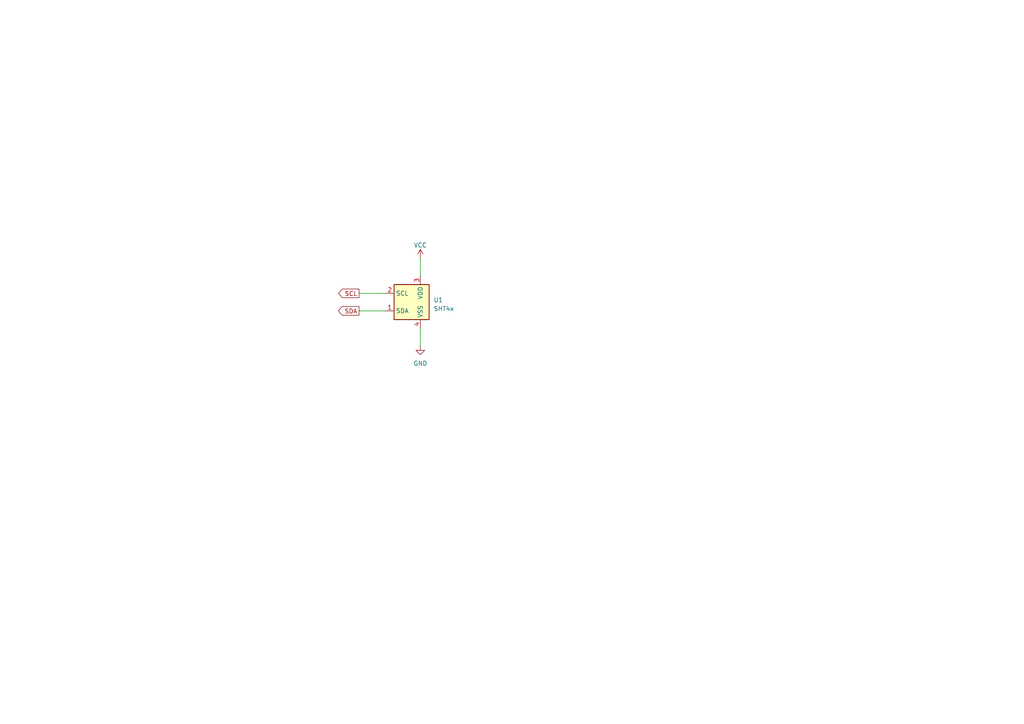
<source format=kicad_sch>
(kicad_sch (version 20230121) (generator eeschema)

  (uuid de5c73f6-f288-4517-b09b-7ee62778e801)

  (paper "A4")

  (lib_symbols
    (symbol "Sensor_Humidity:SHT4x" (in_bom yes) (on_board yes)
      (property "Reference" "U" (at 0 8.89 0)
        (effects (font (size 1.27 1.27)) (justify right))
      )
      (property "Value" "SHT4x" (at 0 6.35 0)
        (effects (font (size 1.27 1.27)) (justify right))
      )
      (property "Footprint" "Sensor_Humidity:Sensirion_DFN-4_1.5x1.5mm_P0.8mm_SHT4x_NoCentralPad" (at 3.81 -6.35 0)
        (effects (font (size 1.27 1.27)) (justify left) hide)
      )
      (property "Datasheet" "https://sensirion.com/media/documents/33FD6951/624C4357/Datasheet_SHT4x.pdf" (at 3.81 -8.89 0)
        (effects (font (size 1.27 1.27)) (justify left) hide)
      )
      (property "ki_keywords" "Sensirion environment environmental measurement digital SHT40 SHT41 SHT45" (at 0 0 0)
        (effects (font (size 1.27 1.27)) hide)
      )
      (property "ki_description" "Digital Humidity and Temperature Sensor, +/-1%RH, +/-0.1degC, I2C, 1.08-3.6V, 16bit, DFN-4" (at 0 0 0)
        (effects (font (size 1.27 1.27)) hide)
      )
      (property "ki_fp_filters" "Sensirion?DFN*1.5x1.5mm*P0.8mm*SHT4x*" (at 0 0 0)
        (effects (font (size 1.27 1.27)) hide)
      )
      (symbol "SHT4x_1_1"
        (rectangle (start -5.08 5.08) (end 5.08 -5.08)
          (stroke (width 0.254) (type default))
          (fill (type background))
        )
        (pin bidirectional line (at -7.62 -2.54 0) (length 2.54)
          (name "SDA" (effects (font (size 1.27 1.27))))
          (number "1" (effects (font (size 1.27 1.27))))
        )
        (pin input line (at -7.62 2.54 0) (length 2.54)
          (name "SCL" (effects (font (size 1.27 1.27))))
          (number "2" (effects (font (size 1.27 1.27))))
        )
        (pin power_in line (at 2.54 7.62 270) (length 2.54)
          (name "VDD" (effects (font (size 1.27 1.27))))
          (number "3" (effects (font (size 1.27 1.27))))
        )
        (pin power_in line (at 2.54 -7.62 90) (length 2.54)
          (name "VSS" (effects (font (size 1.27 1.27))))
          (number "4" (effects (font (size 1.27 1.27))))
        )
      )
    )
    (symbol "power:GND" (power) (pin_names (offset 0)) (in_bom yes) (on_board yes)
      (property "Reference" "#PWR" (at 0 -6.35 0)
        (effects (font (size 1.27 1.27)) hide)
      )
      (property "Value" "GND" (at 0 -3.81 0)
        (effects (font (size 1.27 1.27)))
      )
      (property "Footprint" "" (at 0 0 0)
        (effects (font (size 1.27 1.27)) hide)
      )
      (property "Datasheet" "" (at 0 0 0)
        (effects (font (size 1.27 1.27)) hide)
      )
      (property "ki_keywords" "global power" (at 0 0 0)
        (effects (font (size 1.27 1.27)) hide)
      )
      (property "ki_description" "Power symbol creates a global label with name \"GND\" , ground" (at 0 0 0)
        (effects (font (size 1.27 1.27)) hide)
      )
      (symbol "GND_0_1"
        (polyline
          (pts
            (xy 0 0)
            (xy 0 -1.27)
            (xy 1.27 -1.27)
            (xy 0 -2.54)
            (xy -1.27 -1.27)
            (xy 0 -1.27)
          )
          (stroke (width 0) (type default))
          (fill (type none))
        )
      )
      (symbol "GND_1_1"
        (pin power_in line (at 0 0 270) (length 0) hide
          (name "GND" (effects (font (size 1.27 1.27))))
          (number "1" (effects (font (size 1.27 1.27))))
        )
      )
    )
    (symbol "power:VCC" (power) (pin_names (offset 0)) (in_bom yes) (on_board yes)
      (property "Reference" "#PWR" (at 0 -3.81 0)
        (effects (font (size 1.27 1.27)) hide)
      )
      (property "Value" "VCC" (at 0 3.81 0)
        (effects (font (size 1.27 1.27)))
      )
      (property "Footprint" "" (at 0 0 0)
        (effects (font (size 1.27 1.27)) hide)
      )
      (property "Datasheet" "" (at 0 0 0)
        (effects (font (size 1.27 1.27)) hide)
      )
      (property "ki_keywords" "global power" (at 0 0 0)
        (effects (font (size 1.27 1.27)) hide)
      )
      (property "ki_description" "Power symbol creates a global label with name \"VCC\"" (at 0 0 0)
        (effects (font (size 1.27 1.27)) hide)
      )
      (symbol "VCC_0_1"
        (polyline
          (pts
            (xy -0.762 1.27)
            (xy 0 2.54)
          )
          (stroke (width 0) (type default))
          (fill (type none))
        )
        (polyline
          (pts
            (xy 0 0)
            (xy 0 2.54)
          )
          (stroke (width 0) (type default))
          (fill (type none))
        )
        (polyline
          (pts
            (xy 0 2.54)
            (xy 0.762 1.27)
          )
          (stroke (width 0) (type default))
          (fill (type none))
        )
      )
      (symbol "VCC_1_1"
        (pin power_in line (at 0 0 90) (length 0) hide
          (name "VCC" (effects (font (size 1.27 1.27))))
          (number "1" (effects (font (size 1.27 1.27))))
        )
      )
    )
  )


  (wire (pts (xy 121.92 95.25) (xy 121.92 100.33))
    (stroke (width 0) (type default))
    (uuid 137d5e41-d5ae-44a1-b156-96875a60d0e0)
  )
  (wire (pts (xy 104.14 85.09) (xy 111.76 85.09))
    (stroke (width 0) (type default))
    (uuid 58f16413-e73c-4e5f-9a8f-e97423c69dd5)
  )
  (wire (pts (xy 104.14 90.17) (xy 111.76 90.17))
    (stroke (width 0) (type default))
    (uuid bd481bd6-6aee-4a52-a218-b89c68922dd1)
  )
  (wire (pts (xy 121.92 74.93) (xy 121.92 80.01))
    (stroke (width 0) (type default))
    (uuid c3ed4cfd-c871-4cdb-a103-d1d1512e9e26)
  )

  (global_label "SCL" (shape output) (at 104.14 85.09 180) (fields_autoplaced)
    (effects (font (size 1.27 1.27)) (justify right))
    (uuid 3cc806cb-4b0f-48c4-a3e6-cb6bfa2645ab)
    (property "Intersheetrefs" "${INTERSHEET_REFS}" (at 97.7266 85.09 0)
      (effects (font (size 1.27 1.27)) (justify right) hide)
    )
  )
  (global_label "SDA" (shape output) (at 104.14 90.17 180) (fields_autoplaced)
    (effects (font (size 1.27 1.27)) (justify right))
    (uuid c0725cf0-73a2-423f-96d9-61ba0b0e8670)
    (property "Intersheetrefs" "${INTERSHEET_REFS}" (at 97.6661 90.17 0)
      (effects (font (size 1.27 1.27)) (justify right) hide)
    )
  )

  (symbol (lib_id "power:VCC") (at 121.92 74.93 0) (unit 1)
    (in_bom yes) (on_board yes) (dnp no) (fields_autoplaced)
    (uuid 76459e58-0d6f-4fb9-836f-49df8ff2dbf7)
    (property "Reference" "#PWR02" (at 121.92 78.74 0)
      (effects (font (size 1.27 1.27)) hide)
    )
    (property "Value" "VCC" (at 121.92 71.12 0)
      (effects (font (size 1.27 1.27)))
    )
    (property "Footprint" "" (at 121.92 74.93 0)
      (effects (font (size 1.27 1.27)) hide)
    )
    (property "Datasheet" "" (at 121.92 74.93 0)
      (effects (font (size 1.27 1.27)) hide)
    )
    (pin "1" (uuid fec945fc-6226-4d72-92f9-3f5378e791c2))
    (instances
      (project "overall scematic"
        (path "/9230863d-68c5-4e85-a5d4-0f54ecfbae5b/5eab94a0-95fb-4405-9961-390291429e6b"
          (reference "#PWR02") (unit 1)
        )
      )
    )
  )

  (symbol (lib_id "Sensor_Humidity:SHT4x") (at 119.38 87.63 0) (unit 1)
    (in_bom yes) (on_board yes) (dnp no) (fields_autoplaced)
    (uuid 870a873b-80e9-413b-8763-71c04fcb12a9)
    (property "Reference" "U1" (at 125.73 86.995 0)
      (effects (font (size 1.27 1.27)) (justify left))
    )
    (property "Value" "SHT4x" (at 125.73 89.535 0)
      (effects (font (size 1.27 1.27)) (justify left))
    )
    (property "Footprint" "Sensor_Humidity:Sensirion_DFN-4_1.5x1.5mm_P0.8mm_SHT4x_NoCentralPad" (at 123.19 93.98 0)
      (effects (font (size 1.27 1.27)) (justify left) hide)
    )
    (property "Datasheet" "https://sensirion.com/media/documents/33FD6951/624C4357/Datasheet_SHT4x.pdf" (at 123.19 96.52 0)
      (effects (font (size 1.27 1.27)) (justify left) hide)
    )
    (pin "1" (uuid 784b6075-2a42-4795-9c9b-be742b57f9ca))
    (pin "2" (uuid fc085f22-9ffc-4c4a-8035-4ad61a7116fa))
    (pin "3" (uuid 8c1300c8-c8c8-4b4d-9036-315ea9fa4b94))
    (pin "4" (uuid feeff817-fa43-45c2-95c1-b40546d574c6))
    (instances
      (project "overall scematic"
        (path "/9230863d-68c5-4e85-a5d4-0f54ecfbae5b/5eab94a0-95fb-4405-9961-390291429e6b"
          (reference "U1") (unit 1)
        )
      )
    )
  )

  (symbol (lib_id "power:GND") (at 121.92 100.33 0) (unit 1)
    (in_bom yes) (on_board yes) (dnp no) (fields_autoplaced)
    (uuid ae958dcd-2891-4237-9a2c-1587a14c7592)
    (property "Reference" "#PWR01" (at 121.92 106.68 0)
      (effects (font (size 1.27 1.27)) hide)
    )
    (property "Value" "GND" (at 121.92 105.41 0)
      (effects (font (size 1.27 1.27)))
    )
    (property "Footprint" "" (at 121.92 100.33 0)
      (effects (font (size 1.27 1.27)) hide)
    )
    (property "Datasheet" "" (at 121.92 100.33 0)
      (effects (font (size 1.27 1.27)) hide)
    )
    (pin "1" (uuid b30a1917-072e-4d79-9ae9-ce1ec7bd50af))
    (instances
      (project "overall scematic"
        (path "/9230863d-68c5-4e85-a5d4-0f54ecfbae5b/5eab94a0-95fb-4405-9961-390291429e6b"
          (reference "#PWR01") (unit 1)
        )
      )
    )
  )
)

</source>
